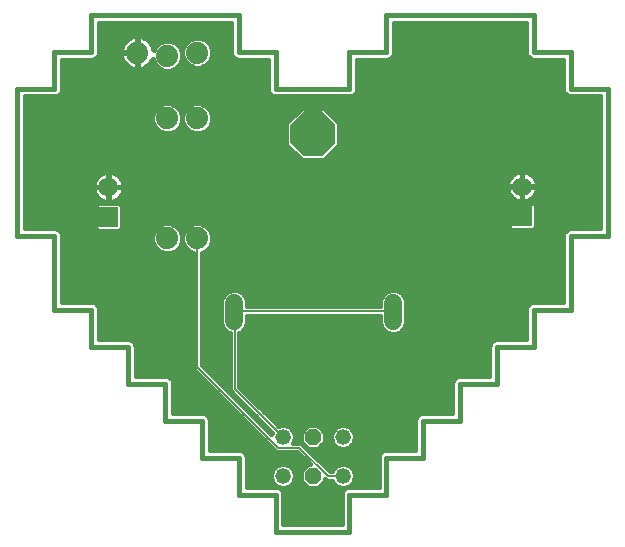
<source format=gbl>
G75*
%MOIN*%
%OFA0B0*%
%FSLAX25Y25*%
%IPPOS*%
%LPD*%
%AMOC8*
5,1,8,0,0,1.08239X$1,22.5*
%
%ADD10C,0.01600*%
%ADD11C,0.06000*%
%ADD12R,0.06500X0.06500*%
%ADD13C,0.06500*%
%ADD14C,0.07400*%
%ADD15OC8,0.15000*%
%ADD16OC8,0.05200*%
%ADD17C,0.05200*%
%ADD18C,0.00500*%
D10*
X0087922Y0075619D02*
X0087922Y0087922D01*
X0075619Y0087922D01*
X0075619Y0100225D01*
X0063316Y0100225D01*
X0063316Y0124831D01*
X0051013Y0124831D01*
X0051013Y0174044D01*
X0063316Y0174044D01*
X0063316Y0186347D01*
X0075619Y0186347D01*
X0075619Y0198650D01*
X0124831Y0198650D01*
X0124831Y0186347D01*
X0137135Y0186347D01*
X0137135Y0174044D01*
X0161741Y0174044D01*
X0161741Y0186347D01*
X0174044Y0186347D01*
X0174044Y0198650D01*
X0223257Y0198650D01*
X0223257Y0186347D01*
X0235560Y0186347D01*
X0235560Y0174044D01*
X0247863Y0174044D01*
X0247863Y0124831D01*
X0235560Y0124831D01*
X0235560Y0100225D01*
X0223257Y0100225D01*
X0223257Y0087922D01*
X0210954Y0087922D01*
X0210954Y0075619D01*
X0198650Y0075619D01*
X0198650Y0063316D01*
X0186347Y0063316D01*
X0186347Y0051013D01*
X0174044Y0051013D01*
X0174044Y0038709D01*
X0161741Y0038709D01*
X0161741Y0026406D01*
X0137135Y0026406D01*
X0137135Y0038709D01*
X0124831Y0038709D01*
X0124831Y0051013D01*
X0112528Y0051013D01*
X0112528Y0063316D01*
X0100225Y0063316D01*
X0100225Y0075619D01*
X0087922Y0075619D01*
X0090522Y0078219D02*
X0090522Y0088439D01*
X0090126Y0089395D01*
X0089395Y0090126D01*
X0088439Y0090522D01*
X0078219Y0090522D01*
X0078219Y0100742D01*
X0077823Y0101698D01*
X0077092Y0102429D01*
X0076136Y0102825D01*
X0065916Y0102825D01*
X0065916Y0125349D01*
X0065520Y0126304D01*
X0064789Y0127036D01*
X0063833Y0127431D01*
X0053613Y0127431D01*
X0053613Y0171444D01*
X0062799Y0171444D01*
X0063833Y0171444D01*
X0064789Y0171840D01*
X0065520Y0172571D01*
X0065916Y0173527D01*
X0065916Y0183747D01*
X0076136Y0183747D01*
X0077092Y0184143D01*
X0077823Y0184874D01*
X0078219Y0185830D01*
X0078219Y0196050D01*
X0122231Y0196050D01*
X0122231Y0185830D01*
X0122627Y0184874D01*
X0123359Y0184143D01*
X0124314Y0183747D01*
X0134535Y0183747D01*
X0134535Y0173527D01*
X0134930Y0172571D01*
X0135662Y0171840D01*
X0136617Y0171444D01*
X0162258Y0171444D01*
X0163214Y0171840D01*
X0163945Y0172571D01*
X0164341Y0173527D01*
X0164341Y0183747D01*
X0174561Y0183747D01*
X0175517Y0184143D01*
X0176248Y0184874D01*
X0176644Y0185830D01*
X0176644Y0196050D01*
X0220657Y0196050D01*
X0220657Y0185830D01*
X0221053Y0184874D01*
X0221784Y0184143D01*
X0222740Y0183747D01*
X0232960Y0183747D01*
X0232960Y0173527D01*
X0233356Y0172571D01*
X0234087Y0171840D01*
X0235043Y0171444D01*
X0245263Y0171444D01*
X0245263Y0127431D01*
X0235043Y0127431D01*
X0234087Y0127036D01*
X0233356Y0126304D01*
X0232960Y0125349D01*
X0232960Y0102825D01*
X0222740Y0102825D01*
X0221784Y0102429D01*
X0221053Y0101698D01*
X0220657Y0100742D01*
X0220657Y0090522D01*
X0210436Y0090522D01*
X0209481Y0090126D01*
X0208749Y0089395D01*
X0208354Y0088439D01*
X0208354Y0078219D01*
X0198133Y0078219D01*
X0197178Y0077823D01*
X0196446Y0077092D01*
X0196050Y0076136D01*
X0196050Y0065916D01*
X0185830Y0065916D01*
X0184874Y0065520D01*
X0184143Y0064789D01*
X0183747Y0063833D01*
X0183747Y0053613D01*
X0173527Y0053613D01*
X0172571Y0053217D01*
X0171840Y0052485D01*
X0171444Y0051530D01*
X0171444Y0041309D01*
X0161224Y0041309D01*
X0160268Y0040914D01*
X0159537Y0040182D01*
X0159141Y0039227D01*
X0159141Y0029006D01*
X0139735Y0029006D01*
X0139735Y0039227D01*
X0139339Y0040182D01*
X0138607Y0040914D01*
X0137652Y0041309D01*
X0127431Y0041309D01*
X0127431Y0051530D01*
X0127036Y0052485D01*
X0126304Y0053217D01*
X0125349Y0053613D01*
X0115128Y0053613D01*
X0115128Y0063833D01*
X0114733Y0064789D01*
X0114001Y0065520D01*
X0113046Y0065916D01*
X0102825Y0065916D01*
X0102825Y0076136D01*
X0102429Y0077092D01*
X0101698Y0077823D01*
X0100742Y0078219D01*
X0090522Y0078219D01*
X0090522Y0079157D02*
X0111070Y0079157D01*
X0110371Y0079856D02*
X0137371Y0052856D01*
X0144371Y0052856D01*
X0148443Y0048784D01*
X0147937Y0048784D01*
X0145652Y0046499D01*
X0145652Y0043268D01*
X0147937Y0040984D01*
X0151167Y0040984D01*
X0153452Y0043268D01*
X0153452Y0043775D01*
X0153871Y0043356D01*
X0155963Y0043356D01*
X0156246Y0042675D01*
X0157343Y0041577D01*
X0158776Y0040984D01*
X0160328Y0040984D01*
X0161761Y0041577D01*
X0162858Y0042675D01*
X0163452Y0044108D01*
X0163452Y0045659D01*
X0162858Y0047093D01*
X0161761Y0048190D01*
X0160328Y0048784D01*
X0158776Y0048784D01*
X0157343Y0048190D01*
X0156246Y0047093D01*
X0155982Y0046456D01*
X0155155Y0046456D01*
X0146563Y0055048D01*
X0145655Y0055956D01*
X0142978Y0055956D01*
X0143452Y0057100D01*
X0143452Y0058652D01*
X0142858Y0060085D01*
X0141761Y0061182D01*
X0140328Y0061776D01*
X0138776Y0061776D01*
X0138111Y0061500D01*
X0125063Y0074548D01*
X0125063Y0092707D01*
X0125758Y0092995D01*
X0126968Y0094204D01*
X0127622Y0095785D01*
X0127622Y0098356D01*
X0172022Y0098356D01*
X0172022Y0095785D01*
X0172677Y0094204D01*
X0173887Y0092995D01*
X0175467Y0092340D01*
X0177178Y0092340D01*
X0178758Y0092995D01*
X0179968Y0094204D01*
X0180622Y0095785D01*
X0180622Y0103495D01*
X0179968Y0105076D01*
X0178758Y0106285D01*
X0177178Y0106940D01*
X0175467Y0106940D01*
X0173887Y0106285D01*
X0172677Y0105076D01*
X0172022Y0103495D01*
X0172022Y0101456D01*
X0127622Y0101456D01*
X0127622Y0103495D01*
X0126968Y0105076D01*
X0125758Y0106285D01*
X0124178Y0106940D01*
X0122467Y0106940D01*
X0120887Y0106285D01*
X0119677Y0105076D01*
X0119022Y0103495D01*
X0119022Y0095785D01*
X0119677Y0094204D01*
X0120887Y0092995D01*
X0121963Y0092549D01*
X0121963Y0073264D01*
X0135922Y0059304D01*
X0135742Y0058869D01*
X0112563Y0082048D01*
X0112563Y0119333D01*
X0113845Y0119864D01*
X0115251Y0121271D01*
X0116013Y0123109D01*
X0116013Y0125098D01*
X0115251Y0126935D01*
X0113845Y0128342D01*
X0112007Y0129103D01*
X0110018Y0129103D01*
X0108180Y0128342D01*
X0106774Y0126935D01*
X0106013Y0125098D01*
X0106013Y0123109D01*
X0105251Y0121271D01*
X0103845Y0119864D01*
X0102007Y0119103D01*
X0100018Y0119103D01*
X0098180Y0119864D01*
X0096774Y0121271D01*
X0096013Y0123109D01*
X0096013Y0125098D01*
X0096774Y0126935D01*
X0098180Y0128342D01*
X0100018Y0129103D01*
X0102007Y0129103D01*
X0103845Y0128342D01*
X0105251Y0126935D01*
X0106013Y0125098D01*
X0106013Y0123109D01*
X0106774Y0121271D01*
X0108180Y0119864D01*
X0109463Y0119333D01*
X0109463Y0080764D01*
X0110371Y0079856D01*
X0109471Y0080756D02*
X0090522Y0080756D01*
X0090522Y0082354D02*
X0109463Y0082354D01*
X0109463Y0083953D02*
X0090522Y0083953D01*
X0090522Y0085551D02*
X0109463Y0085551D01*
X0109463Y0087150D02*
X0090522Y0087150D01*
X0090394Y0088748D02*
X0109463Y0088748D01*
X0109463Y0090347D02*
X0088862Y0090347D01*
X0078219Y0091945D02*
X0109463Y0091945D01*
X0109463Y0093544D02*
X0078219Y0093544D01*
X0078219Y0095142D02*
X0109463Y0095142D01*
X0109463Y0096741D02*
X0078219Y0096741D01*
X0078219Y0098339D02*
X0109463Y0098339D01*
X0109463Y0099938D02*
X0078219Y0099938D01*
X0077890Y0101536D02*
X0109463Y0101536D01*
X0109463Y0103135D02*
X0065916Y0103135D01*
X0065916Y0104733D02*
X0109463Y0104733D01*
X0109463Y0106332D02*
X0065916Y0106332D01*
X0065916Y0107930D02*
X0109463Y0107930D01*
X0109463Y0109529D02*
X0065916Y0109529D01*
X0065916Y0111127D02*
X0109463Y0111127D01*
X0109463Y0112726D02*
X0065916Y0112726D01*
X0065916Y0114324D02*
X0109463Y0114324D01*
X0109463Y0115923D02*
X0065916Y0115923D01*
X0065916Y0117521D02*
X0109463Y0117521D01*
X0109463Y0119120D02*
X0102048Y0119120D01*
X0099977Y0119120D02*
X0065916Y0119120D01*
X0065916Y0120718D02*
X0097326Y0120718D01*
X0096340Y0122317D02*
X0065916Y0122317D01*
X0065916Y0123915D02*
X0096013Y0123915D01*
X0096185Y0125514D02*
X0065847Y0125514D01*
X0064603Y0127113D02*
X0077216Y0127113D01*
X0076857Y0127472D02*
X0077619Y0126710D01*
X0085196Y0126710D01*
X0085957Y0127472D01*
X0085957Y0135048D01*
X0085196Y0135810D01*
X0077619Y0135810D01*
X0076857Y0135048D01*
X0076857Y0127472D01*
X0076857Y0128711D02*
X0053613Y0128711D01*
X0053613Y0130310D02*
X0076857Y0130310D01*
X0076857Y0131908D02*
X0053613Y0131908D01*
X0053613Y0133507D02*
X0076857Y0133507D01*
X0076914Y0135105D02*
X0053613Y0135105D01*
X0053613Y0136704D02*
X0079223Y0136704D01*
X0079469Y0136578D02*
X0080225Y0136333D01*
X0081010Y0136208D01*
X0081332Y0136208D01*
X0081332Y0141183D01*
X0081482Y0141183D01*
X0081482Y0136208D01*
X0081805Y0136208D01*
X0082590Y0136333D01*
X0083346Y0136578D01*
X0084054Y0136939D01*
X0084697Y0137407D01*
X0085259Y0137969D01*
X0085726Y0138612D01*
X0086087Y0139320D01*
X0086333Y0140076D01*
X0086457Y0140861D01*
X0086457Y0141183D01*
X0081482Y0141183D01*
X0081482Y0141333D01*
X0086457Y0141333D01*
X0086457Y0141656D01*
X0086333Y0142441D01*
X0086087Y0143197D01*
X0085726Y0143905D01*
X0085259Y0144548D01*
X0084697Y0145110D01*
X0084054Y0145578D01*
X0083346Y0145938D01*
X0082590Y0146184D01*
X0081805Y0146308D01*
X0081482Y0146308D01*
X0081482Y0141334D01*
X0081332Y0141334D01*
X0081332Y0146308D01*
X0081010Y0146308D01*
X0080225Y0146184D01*
X0079469Y0145938D01*
X0078760Y0145578D01*
X0078117Y0145110D01*
X0077555Y0144548D01*
X0077088Y0143905D01*
X0076727Y0143197D01*
X0076482Y0142441D01*
X0076357Y0141656D01*
X0076357Y0141333D01*
X0081332Y0141333D01*
X0081332Y0141183D01*
X0076357Y0141183D01*
X0076357Y0140861D01*
X0076482Y0140076D01*
X0076727Y0139320D01*
X0077088Y0138612D01*
X0077555Y0137969D01*
X0078117Y0137407D01*
X0078760Y0136939D01*
X0079469Y0136578D01*
X0081332Y0136704D02*
X0081482Y0136704D01*
X0081482Y0138302D02*
X0081332Y0138302D01*
X0081332Y0139901D02*
X0081482Y0139901D01*
X0081482Y0141499D02*
X0081332Y0141499D01*
X0081332Y0143098D02*
X0081482Y0143098D01*
X0081482Y0144696D02*
X0081332Y0144696D01*
X0081332Y0146295D02*
X0081482Y0146295D01*
X0081892Y0146295D02*
X0217988Y0146295D01*
X0218156Y0146349D02*
X0217400Y0146104D01*
X0216692Y0145743D01*
X0216049Y0145276D01*
X0215487Y0144713D01*
X0215019Y0144070D01*
X0214658Y0143362D01*
X0214413Y0142606D01*
X0214289Y0141821D01*
X0214289Y0141499D01*
X0086457Y0141499D01*
X0086276Y0139901D02*
X0214523Y0139901D01*
X0214413Y0140241D02*
X0214658Y0139485D01*
X0215019Y0138777D01*
X0215487Y0138134D01*
X0216049Y0137572D01*
X0216692Y0137104D01*
X0217400Y0136744D01*
X0218156Y0136498D01*
X0218941Y0136374D01*
X0219263Y0136374D01*
X0219263Y0141349D01*
X0214289Y0141349D01*
X0214289Y0141026D01*
X0214413Y0140241D01*
X0214289Y0141499D02*
X0219263Y0141499D01*
X0219414Y0141499D01*
X0224388Y0141499D01*
X0245263Y0141499D01*
X0245263Y0139901D02*
X0224154Y0139901D01*
X0224264Y0140241D02*
X0224019Y0139485D01*
X0223658Y0138777D01*
X0223190Y0138134D01*
X0222628Y0137572D01*
X0221985Y0137104D01*
X0221277Y0136744D01*
X0220521Y0136498D01*
X0219736Y0136374D01*
X0219414Y0136374D01*
X0219414Y0141349D01*
X0219414Y0141499D01*
X0219263Y0141499D01*
X0219263Y0141349D01*
X0219414Y0141349D01*
X0224388Y0141349D01*
X0224388Y0141026D01*
X0224264Y0140241D01*
X0224388Y0141499D02*
X0224388Y0141821D01*
X0224264Y0142606D01*
X0224019Y0143362D01*
X0223658Y0144070D01*
X0223190Y0144713D01*
X0222628Y0145276D01*
X0221985Y0145743D01*
X0221277Y0146104D01*
X0220521Y0146349D01*
X0219736Y0146474D01*
X0219414Y0146474D01*
X0219414Y0141499D01*
X0219263Y0141499D02*
X0219263Y0146474D01*
X0218941Y0146474D01*
X0218156Y0146349D01*
X0219263Y0146295D02*
X0219414Y0146295D01*
X0220689Y0146295D02*
X0245263Y0146295D01*
X0245263Y0147893D02*
X0053613Y0147893D01*
X0053613Y0146295D02*
X0080923Y0146295D01*
X0077703Y0144696D02*
X0053613Y0144696D01*
X0053613Y0143098D02*
X0076695Y0143098D01*
X0076357Y0141499D02*
X0053613Y0141499D01*
X0053613Y0139901D02*
X0076539Y0139901D01*
X0077313Y0138302D02*
X0053613Y0138302D01*
X0053613Y0149492D02*
X0245263Y0149492D01*
X0245263Y0151090D02*
X0154144Y0151090D01*
X0153183Y0150129D02*
X0158338Y0155284D01*
X0158338Y0162574D01*
X0153183Y0167729D01*
X0145893Y0167729D01*
X0140738Y0162574D01*
X0140738Y0155284D01*
X0145893Y0150129D01*
X0153183Y0150129D01*
X0155743Y0152689D02*
X0245263Y0152689D01*
X0245263Y0154287D02*
X0157341Y0154287D01*
X0158338Y0155886D02*
X0245263Y0155886D01*
X0245263Y0157484D02*
X0158338Y0157484D01*
X0158338Y0159083D02*
X0245263Y0159083D01*
X0245263Y0160681D02*
X0158338Y0160681D01*
X0158338Y0162280D02*
X0245263Y0162280D01*
X0245263Y0163878D02*
X0157035Y0163878D01*
X0155436Y0165477D02*
X0245263Y0165477D01*
X0245263Y0167075D02*
X0153838Y0167075D01*
X0163245Y0171871D02*
X0234056Y0171871D01*
X0232984Y0173469D02*
X0164317Y0173469D01*
X0164341Y0175068D02*
X0232960Y0175068D01*
X0232960Y0176666D02*
X0164341Y0176666D01*
X0164341Y0178265D02*
X0232960Y0178265D01*
X0232960Y0179863D02*
X0164341Y0179863D01*
X0164341Y0181462D02*
X0232960Y0181462D01*
X0232960Y0183060D02*
X0164341Y0183060D01*
X0176033Y0184659D02*
X0221268Y0184659D01*
X0220657Y0186257D02*
X0176644Y0186257D01*
X0176644Y0187856D02*
X0220657Y0187856D01*
X0220657Y0189454D02*
X0176644Y0189454D01*
X0176644Y0191053D02*
X0220657Y0191053D01*
X0220657Y0192651D02*
X0176644Y0192651D01*
X0176644Y0194250D02*
X0220657Y0194250D01*
X0220657Y0195848D02*
X0176644Y0195848D01*
X0145239Y0167075D02*
X0115112Y0167075D01*
X0115251Y0166935D02*
X0113845Y0168342D01*
X0112007Y0169103D01*
X0110018Y0169103D01*
X0108180Y0168342D01*
X0106774Y0166935D01*
X0106013Y0165098D01*
X0106013Y0163109D01*
X0106774Y0161271D01*
X0108180Y0159864D01*
X0110018Y0159103D01*
X0112007Y0159103D01*
X0113845Y0159864D01*
X0115251Y0161271D01*
X0116013Y0163109D01*
X0116013Y0165098D01*
X0115251Y0166935D01*
X0115856Y0165477D02*
X0143641Y0165477D01*
X0142042Y0163878D02*
X0116013Y0163878D01*
X0115669Y0162280D02*
X0140738Y0162280D01*
X0140738Y0160681D02*
X0114662Y0160681D01*
X0107363Y0160681D02*
X0104662Y0160681D01*
X0105251Y0161271D02*
X0106013Y0163109D01*
X0106013Y0165098D01*
X0105251Y0166935D01*
X0103845Y0168342D01*
X0102007Y0169103D01*
X0100018Y0169103D01*
X0098180Y0168342D01*
X0096774Y0166935D01*
X0096013Y0165098D01*
X0096013Y0163109D01*
X0096774Y0161271D01*
X0098180Y0159864D01*
X0100018Y0159103D01*
X0102007Y0159103D01*
X0103845Y0159864D01*
X0105251Y0161271D01*
X0105669Y0162280D02*
X0106356Y0162280D01*
X0106013Y0163878D02*
X0106013Y0163878D01*
X0105856Y0165477D02*
X0106170Y0165477D01*
X0106914Y0167075D02*
X0105112Y0167075D01*
X0103044Y0168674D02*
X0108982Y0168674D01*
X0113044Y0168674D02*
X0245263Y0168674D01*
X0245263Y0170272D02*
X0053613Y0170272D01*
X0053613Y0168674D02*
X0098982Y0168674D01*
X0096914Y0167075D02*
X0053613Y0167075D01*
X0053613Y0165477D02*
X0096170Y0165477D01*
X0096013Y0163878D02*
X0053613Y0163878D01*
X0053613Y0162280D02*
X0096356Y0162280D01*
X0097363Y0160681D02*
X0053613Y0160681D01*
X0053613Y0159083D02*
X0140738Y0159083D01*
X0140738Y0157484D02*
X0053613Y0157484D01*
X0053613Y0155886D02*
X0140738Y0155886D01*
X0141735Y0154287D02*
X0053613Y0154287D01*
X0053613Y0152689D02*
X0143334Y0152689D01*
X0144932Y0151090D02*
X0053613Y0151090D01*
X0064819Y0171871D02*
X0135631Y0171871D01*
X0134558Y0173469D02*
X0065892Y0173469D01*
X0065916Y0175068D02*
X0134535Y0175068D01*
X0134535Y0176666D02*
X0065916Y0176666D01*
X0065916Y0178265D02*
X0134535Y0178265D01*
X0134535Y0179863D02*
X0065916Y0179863D01*
X0065916Y0181462D02*
X0088012Y0181462D01*
X0088130Y0181376D02*
X0088901Y0180983D01*
X0089725Y0180715D01*
X0090580Y0180580D01*
X0090813Y0180580D01*
X0090813Y0185880D01*
X0091213Y0185880D01*
X0091213Y0180580D01*
X0091445Y0180580D01*
X0092301Y0180715D01*
X0093124Y0180983D01*
X0093895Y0181376D01*
X0094596Y0181885D01*
X0095208Y0182497D01*
X0095717Y0183197D01*
X0096083Y0183916D01*
X0096774Y0182248D01*
X0098180Y0180841D01*
X0100018Y0180080D01*
X0102007Y0180080D01*
X0103845Y0180841D01*
X0105251Y0182248D01*
X0106013Y0184085D01*
X0106013Y0186074D01*
X0105251Y0187912D01*
X0103845Y0189319D01*
X0102007Y0190080D01*
X0100018Y0190080D01*
X0098180Y0189319D01*
X0096774Y0187912D01*
X0096424Y0187069D01*
X0096377Y0187368D01*
X0096110Y0188191D01*
X0095717Y0188963D01*
X0095208Y0189663D01*
X0094596Y0190275D01*
X0093895Y0190784D01*
X0093124Y0191177D01*
X0092301Y0191444D01*
X0091445Y0191580D01*
X0091213Y0191580D01*
X0091213Y0186280D01*
X0090813Y0186280D01*
X0090813Y0191580D01*
X0090580Y0191580D01*
X0089725Y0191444D01*
X0088901Y0191177D01*
X0088130Y0190784D01*
X0087430Y0190275D01*
X0086817Y0189663D01*
X0086309Y0188963D01*
X0085916Y0188191D01*
X0085648Y0187368D01*
X0085513Y0186513D01*
X0085513Y0186280D01*
X0090813Y0186280D01*
X0090813Y0185880D01*
X0085513Y0185880D01*
X0085513Y0185647D01*
X0085648Y0184792D01*
X0085916Y0183969D01*
X0086309Y0183197D01*
X0086817Y0182497D01*
X0087430Y0181885D01*
X0088130Y0181376D01*
X0086408Y0183060D02*
X0065916Y0183060D01*
X0077608Y0184659D02*
X0085691Y0184659D01*
X0085807Y0187856D02*
X0078219Y0187856D01*
X0078219Y0189454D02*
X0086666Y0189454D01*
X0088658Y0191053D02*
X0078219Y0191053D01*
X0078219Y0192651D02*
X0122231Y0192651D01*
X0122231Y0191053D02*
X0112072Y0191053D01*
X0112007Y0191080D02*
X0110018Y0191080D01*
X0108180Y0190319D01*
X0106774Y0188912D01*
X0106013Y0187074D01*
X0106013Y0185085D01*
X0106774Y0183248D01*
X0108180Y0181841D01*
X0110018Y0181080D01*
X0112007Y0181080D01*
X0113845Y0181841D01*
X0115251Y0183248D01*
X0116013Y0185085D01*
X0116013Y0187074D01*
X0115251Y0188912D01*
X0113845Y0190319D01*
X0112007Y0191080D01*
X0109953Y0191053D02*
X0093367Y0191053D01*
X0091213Y0191053D02*
X0090813Y0191053D01*
X0090813Y0189454D02*
X0091213Y0189454D01*
X0091213Y0187856D02*
X0090813Y0187856D01*
X0090813Y0186257D02*
X0078219Y0186257D01*
X0078219Y0194250D02*
X0122231Y0194250D01*
X0122231Y0195848D02*
X0078219Y0195848D01*
X0090813Y0184659D02*
X0091213Y0184659D01*
X0091213Y0183060D02*
X0090813Y0183060D01*
X0090813Y0181462D02*
X0091213Y0181462D01*
X0094014Y0181462D02*
X0097560Y0181462D01*
X0096437Y0183060D02*
X0095617Y0183060D01*
X0096219Y0187856D02*
X0096751Y0187856D01*
X0095359Y0189454D02*
X0098508Y0189454D01*
X0103517Y0189454D02*
X0107316Y0189454D01*
X0106336Y0187856D02*
X0105275Y0187856D01*
X0105937Y0186257D02*
X0106013Y0186257D01*
X0106013Y0184659D02*
X0106189Y0184659D01*
X0105588Y0183060D02*
X0106961Y0183060D01*
X0109096Y0181462D02*
X0104466Y0181462D01*
X0112929Y0181462D02*
X0134535Y0181462D01*
X0134535Y0183060D02*
X0115064Y0183060D01*
X0115836Y0184659D02*
X0122843Y0184659D01*
X0122231Y0186257D02*
X0116013Y0186257D01*
X0115689Y0187856D02*
X0122231Y0187856D01*
X0122231Y0189454D02*
X0114709Y0189454D01*
X0085111Y0144696D02*
X0215474Y0144696D01*
X0214573Y0143098D02*
X0086120Y0143098D01*
X0085501Y0138302D02*
X0215364Y0138302D01*
X0215550Y0135975D02*
X0214789Y0135214D01*
X0214789Y0127637D01*
X0215550Y0126875D01*
X0223127Y0126875D01*
X0223888Y0127637D01*
X0223888Y0135214D01*
X0223127Y0135975D01*
X0215550Y0135975D01*
X0214789Y0135105D02*
X0085901Y0135105D01*
X0085957Y0133507D02*
X0214789Y0133507D01*
X0214789Y0131908D02*
X0085957Y0131908D01*
X0085957Y0130310D02*
X0214789Y0130310D01*
X0214789Y0128711D02*
X0112954Y0128711D01*
X0115074Y0127113D02*
X0215313Y0127113D01*
X0223364Y0127113D02*
X0234273Y0127113D01*
X0233028Y0125514D02*
X0115840Y0125514D01*
X0116013Y0123915D02*
X0232960Y0123915D01*
X0232960Y0122317D02*
X0115685Y0122317D01*
X0114699Y0120718D02*
X0232960Y0120718D01*
X0232960Y0119120D02*
X0112563Y0119120D01*
X0112563Y0117521D02*
X0232960Y0117521D01*
X0232960Y0115923D02*
X0112563Y0115923D01*
X0112563Y0114324D02*
X0232960Y0114324D01*
X0232960Y0112726D02*
X0112563Y0112726D01*
X0112563Y0111127D02*
X0232960Y0111127D01*
X0232960Y0109529D02*
X0112563Y0109529D01*
X0112563Y0107930D02*
X0232960Y0107930D01*
X0232960Y0106332D02*
X0178646Y0106332D01*
X0180109Y0104733D02*
X0232960Y0104733D01*
X0232960Y0103135D02*
X0180622Y0103135D01*
X0180622Y0101536D02*
X0220986Y0101536D01*
X0220657Y0099938D02*
X0180622Y0099938D01*
X0180622Y0098339D02*
X0220657Y0098339D01*
X0220657Y0096741D02*
X0180622Y0096741D01*
X0180356Y0095142D02*
X0220657Y0095142D01*
X0220657Y0093544D02*
X0179307Y0093544D01*
X0173337Y0093544D02*
X0126307Y0093544D01*
X0127356Y0095142D02*
X0172288Y0095142D01*
X0172022Y0096741D02*
X0127622Y0096741D01*
X0127622Y0098339D02*
X0172022Y0098339D01*
X0172022Y0101536D02*
X0127622Y0101536D01*
X0127622Y0103135D02*
X0172022Y0103135D01*
X0172535Y0104733D02*
X0127109Y0104733D01*
X0125646Y0106332D02*
X0173999Y0106332D01*
X0196913Y0077559D02*
X0125063Y0077559D01*
X0125063Y0079157D02*
X0208354Y0079157D01*
X0208354Y0080756D02*
X0125063Y0080756D01*
X0125063Y0082354D02*
X0208354Y0082354D01*
X0208354Y0083953D02*
X0125063Y0083953D01*
X0125063Y0085551D02*
X0208354Y0085551D01*
X0208354Y0087150D02*
X0125063Y0087150D01*
X0125063Y0088748D02*
X0208482Y0088748D01*
X0210013Y0090347D02*
X0125063Y0090347D01*
X0125063Y0091945D02*
X0220657Y0091945D01*
X0196050Y0075960D02*
X0125063Y0075960D01*
X0125249Y0074362D02*
X0196050Y0074362D01*
X0196050Y0072763D02*
X0126848Y0072763D01*
X0128446Y0071165D02*
X0196050Y0071165D01*
X0196050Y0069566D02*
X0130045Y0069566D01*
X0131643Y0067968D02*
X0196050Y0067968D01*
X0196050Y0066369D02*
X0133242Y0066369D01*
X0134840Y0064771D02*
X0184136Y0064771D01*
X0183747Y0063172D02*
X0136439Y0063172D01*
X0138037Y0061574D02*
X0138288Y0061574D01*
X0140816Y0061574D02*
X0147734Y0061574D01*
X0147937Y0061776D02*
X0145652Y0059491D01*
X0145652Y0056260D01*
X0147937Y0053976D01*
X0151167Y0053976D01*
X0153452Y0056260D01*
X0153452Y0059491D01*
X0151167Y0061776D01*
X0147937Y0061776D01*
X0146136Y0059975D02*
X0142904Y0059975D01*
X0143452Y0058377D02*
X0145652Y0058377D01*
X0145652Y0056778D02*
X0143319Y0056778D01*
X0146431Y0055180D02*
X0146733Y0055180D01*
X0148030Y0053581D02*
X0173451Y0053581D01*
X0171632Y0051982D02*
X0149628Y0051982D01*
X0151227Y0050384D02*
X0171444Y0050384D01*
X0171444Y0048785D02*
X0152825Y0048785D01*
X0154424Y0047187D02*
X0156340Y0047187D01*
X0156529Y0042391D02*
X0152575Y0042391D01*
X0146529Y0042391D02*
X0142575Y0042391D01*
X0142858Y0042675D02*
X0141761Y0041577D01*
X0140328Y0040984D01*
X0138776Y0040984D01*
X0137343Y0041577D01*
X0136246Y0042675D01*
X0135652Y0044108D01*
X0135652Y0045659D01*
X0136246Y0047093D01*
X0137343Y0048190D01*
X0138776Y0048784D01*
X0140328Y0048784D01*
X0141761Y0048190D01*
X0142858Y0047093D01*
X0143452Y0045659D01*
X0143452Y0044108D01*
X0142858Y0042675D01*
X0143403Y0043990D02*
X0145652Y0043990D01*
X0145652Y0045588D02*
X0143452Y0045588D01*
X0142764Y0047187D02*
X0146340Y0047187D01*
X0148441Y0048785D02*
X0127431Y0048785D01*
X0127431Y0047187D02*
X0136340Y0047187D01*
X0135652Y0045588D02*
X0127431Y0045588D01*
X0127431Y0043990D02*
X0135701Y0043990D01*
X0136529Y0042391D02*
X0127431Y0042391D01*
X0127431Y0050384D02*
X0146843Y0050384D01*
X0145244Y0051982D02*
X0127244Y0051982D01*
X0125425Y0053581D02*
X0136646Y0053581D01*
X0135047Y0055180D02*
X0115128Y0055180D01*
X0115128Y0056778D02*
X0133449Y0056778D01*
X0131850Y0058377D02*
X0115128Y0058377D01*
X0115128Y0059975D02*
X0130252Y0059975D01*
X0128653Y0061574D02*
X0115128Y0061574D01*
X0115128Y0063172D02*
X0127055Y0063172D01*
X0125456Y0064771D02*
X0114740Y0064771D01*
X0120661Y0069566D02*
X0102825Y0069566D01*
X0102825Y0067968D02*
X0122259Y0067968D01*
X0123858Y0066369D02*
X0102825Y0066369D01*
X0102825Y0071165D02*
X0119062Y0071165D01*
X0117464Y0072763D02*
X0102825Y0072763D01*
X0102825Y0074362D02*
X0115865Y0074362D01*
X0114267Y0075960D02*
X0102825Y0075960D01*
X0101962Y0077559D02*
X0112668Y0077559D01*
X0115454Y0079157D02*
X0121963Y0079157D01*
X0121963Y0077559D02*
X0117052Y0077559D01*
X0118651Y0075960D02*
X0121963Y0075960D01*
X0121963Y0074362D02*
X0120249Y0074362D01*
X0121848Y0072763D02*
X0122464Y0072763D01*
X0123446Y0071165D02*
X0124062Y0071165D01*
X0125045Y0069566D02*
X0125661Y0069566D01*
X0126643Y0067968D02*
X0127259Y0067968D01*
X0128242Y0066369D02*
X0128858Y0066369D01*
X0129840Y0064771D02*
X0130456Y0064771D01*
X0131439Y0063172D02*
X0132055Y0063172D01*
X0133037Y0061574D02*
X0133653Y0061574D01*
X0134636Y0059975D02*
X0135252Y0059975D01*
X0151370Y0061574D02*
X0158288Y0061574D01*
X0158776Y0061776D02*
X0157343Y0061182D01*
X0156246Y0060085D01*
X0155652Y0058652D01*
X0155652Y0057100D01*
X0156246Y0055667D01*
X0157343Y0054570D01*
X0158776Y0053976D01*
X0160328Y0053976D01*
X0161761Y0054570D01*
X0162858Y0055667D01*
X0163452Y0057100D01*
X0163452Y0058652D01*
X0162858Y0060085D01*
X0161761Y0061182D01*
X0160328Y0061776D01*
X0158776Y0061776D01*
X0160816Y0061574D02*
X0183747Y0061574D01*
X0183747Y0059975D02*
X0162904Y0059975D01*
X0163452Y0058377D02*
X0183747Y0058377D01*
X0183747Y0056778D02*
X0163319Y0056778D01*
X0162371Y0055180D02*
X0183747Y0055180D01*
X0171444Y0047187D02*
X0162764Y0047187D01*
X0163452Y0045588D02*
X0171444Y0045588D01*
X0171444Y0043990D02*
X0163403Y0043990D01*
X0162575Y0042391D02*
X0171444Y0042391D01*
X0160147Y0040793D02*
X0138728Y0040793D01*
X0139735Y0039194D02*
X0159141Y0039194D01*
X0159141Y0037596D02*
X0139735Y0037596D01*
X0139735Y0035997D02*
X0159141Y0035997D01*
X0159141Y0034399D02*
X0139735Y0034399D01*
X0139735Y0032800D02*
X0159141Y0032800D01*
X0159141Y0031202D02*
X0139735Y0031202D01*
X0139735Y0029603D02*
X0159141Y0029603D01*
X0156733Y0055180D02*
X0152371Y0055180D01*
X0153452Y0056778D02*
X0155785Y0056778D01*
X0155652Y0058377D02*
X0153452Y0058377D01*
X0152968Y0059975D02*
X0156200Y0059975D01*
X0121963Y0080756D02*
X0113855Y0080756D01*
X0112563Y0082354D02*
X0121963Y0082354D01*
X0121963Y0083953D02*
X0112563Y0083953D01*
X0112563Y0085551D02*
X0121963Y0085551D01*
X0121963Y0087150D02*
X0112563Y0087150D01*
X0112563Y0088748D02*
X0121963Y0088748D01*
X0121963Y0090347D02*
X0112563Y0090347D01*
X0112563Y0091945D02*
X0121963Y0091945D01*
X0120337Y0093544D02*
X0112563Y0093544D01*
X0112563Y0095142D02*
X0119288Y0095142D01*
X0119022Y0096741D02*
X0112563Y0096741D01*
X0112563Y0098339D02*
X0119022Y0098339D01*
X0119022Y0099938D02*
X0112563Y0099938D01*
X0112563Y0101536D02*
X0119022Y0101536D01*
X0119022Y0103135D02*
X0112563Y0103135D01*
X0112563Y0104733D02*
X0119535Y0104733D01*
X0120999Y0106332D02*
X0112563Y0106332D01*
X0107326Y0120718D02*
X0104699Y0120718D01*
X0105685Y0122317D02*
X0106340Y0122317D01*
X0106013Y0123915D02*
X0106013Y0123915D01*
X0105840Y0125514D02*
X0106185Y0125514D01*
X0106951Y0127113D02*
X0105074Y0127113D01*
X0102954Y0128711D02*
X0109071Y0128711D01*
X0099071Y0128711D02*
X0085957Y0128711D01*
X0085598Y0127113D02*
X0096951Y0127113D01*
X0083591Y0136704D02*
X0217523Y0136704D01*
X0219263Y0136704D02*
X0219414Y0136704D01*
X0219414Y0138302D02*
X0219263Y0138302D01*
X0219263Y0139901D02*
X0219414Y0139901D01*
X0221154Y0136704D02*
X0245263Y0136704D01*
X0245263Y0138302D02*
X0223313Y0138302D01*
X0223888Y0135105D02*
X0245263Y0135105D01*
X0245263Y0133507D02*
X0223888Y0133507D01*
X0223888Y0131908D02*
X0245263Y0131908D01*
X0245263Y0130310D02*
X0223888Y0130310D01*
X0223888Y0128711D02*
X0245263Y0128711D01*
X0245263Y0143098D02*
X0224104Y0143098D01*
X0223203Y0144696D02*
X0245263Y0144696D01*
X0219414Y0144696D02*
X0219263Y0144696D01*
X0219263Y0143098D02*
X0219414Y0143098D01*
D11*
X0176322Y0102640D02*
X0176322Y0096640D01*
X0123322Y0096640D02*
X0123322Y0102640D01*
D12*
X0081407Y0131260D03*
X0219339Y0131425D03*
D13*
X0219339Y0141424D03*
X0081407Y0141258D03*
D14*
X0101013Y0124103D03*
X0111013Y0124103D03*
X0111013Y0164103D03*
X0101013Y0164103D03*
X0101013Y0185080D03*
X0091013Y0186080D03*
X0111013Y0186080D03*
D15*
X0149538Y0158929D03*
D16*
X0149552Y0057876D03*
X0149552Y0044884D03*
D17*
X0139552Y0044884D03*
X0139552Y0057876D03*
X0159552Y0057876D03*
X0159552Y0044884D03*
D18*
X0159513Y0044906D01*
X0154513Y0044906D01*
X0145013Y0054406D01*
X0138013Y0054406D01*
X0111013Y0081406D01*
X0111013Y0124103D01*
X0123513Y0099906D02*
X0123322Y0099640D01*
X0123513Y0099406D01*
X0123513Y0073906D01*
X0139513Y0057906D01*
X0139552Y0057876D01*
X0176013Y0099906D02*
X0176322Y0099640D01*
X0176013Y0099906D02*
X0123513Y0099906D01*
M02*

</source>
